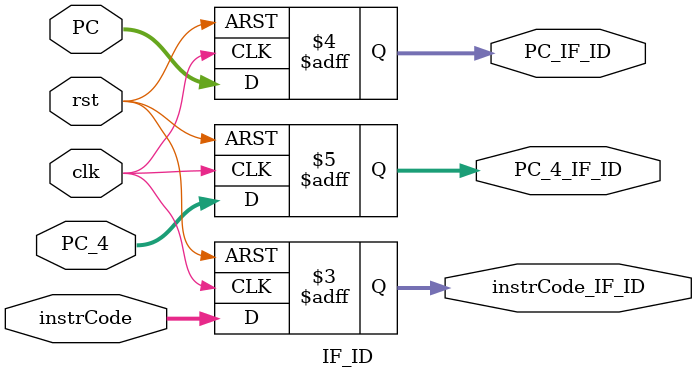
<source format=v>
module IF_ID (
    input wire clk,
    input wire rst,
    input wire [31:0] instrCode,
    input wire [31:0] PC,
    input wire [31:0] PC_4,
    output reg [31:0] instrCode_IF_ID,
    output reg [31:0] PC_IF_ID,
    output reg [31:0] PC_4_IF_ID
);

always @(posedge clk, negedge rst)
begin
    if (!rst)
    begin
        instrCode_IF_ID <= 32'd0;
        PC_IF_ID <= 32'd0;
        PC_4_IF_ID <= 32'd0;
    end
    else
    begin
        instrCode_IF_ID <= instrCode;
        PC_IF_ID <= PC;
        PC_4_IF_ID <= PC_4;
    end
end

endmodule

</source>
